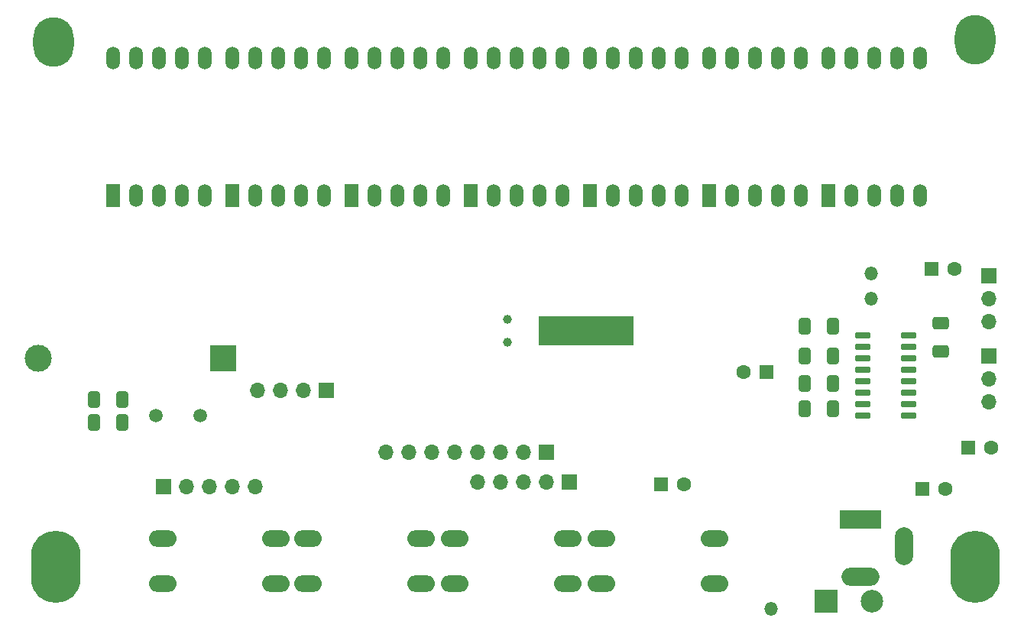
<source format=gbr>
%TF.GenerationSoftware,KiCad,Pcbnew,7.0.2*%
%TF.CreationDate,2024-03-07T11:00:20+05:30*%
%TF.ProjectId,HI-2401,48492d32-3430-4312-9e6b-696361645f70,rev?*%
%TF.SameCoordinates,Original*%
%TF.FileFunction,Soldermask,Top*%
%TF.FilePolarity,Negative*%
%FSLAX46Y46*%
G04 Gerber Fmt 4.6, Leading zero omitted, Abs format (unit mm)*
G04 Created by KiCad (PCBNEW 7.0.2) date 2024-03-07 11:00:20*
%MOMM*%
%LPD*%
G01*
G04 APERTURE LIST*
G04 Aperture macros list*
%AMRoundRect*
0 Rectangle with rounded corners*
0 $1 Rounding radius*
0 $2 $3 $4 $5 $6 $7 $8 $9 X,Y pos of 4 corners*
0 Add a 4 corners polygon primitive as box body*
4,1,4,$2,$3,$4,$5,$6,$7,$8,$9,$2,$3,0*
0 Add four circle primitives for the rounded corners*
1,1,$1+$1,$2,$3*
1,1,$1+$1,$4,$5*
1,1,$1+$1,$6,$7*
1,1,$1+$1,$8,$9*
0 Add four rect primitives between the rounded corners*
20,1,$1+$1,$2,$3,$4,$5,0*
20,1,$1+$1,$4,$5,$6,$7,0*
20,1,$1+$1,$6,$7,$8,$9,0*
20,1,$1+$1,$8,$9,$2,$3,0*%
G04 Aperture macros list end*
%ADD10RoundRect,0.250000X0.412500X0.650000X-0.412500X0.650000X-0.412500X-0.650000X0.412500X-0.650000X0*%
%ADD11R,1.600000X1.600000*%
%ADD12C,1.600000*%
%ADD13R,1.700000X1.700000*%
%ADD14O,1.700000X1.700000*%
%ADD15O,3.048000X1.850000*%
%ADD16RoundRect,0.250000X-0.412500X-0.650000X0.412500X-0.650000X0.412500X0.650000X-0.412500X0.650000X0*%
%ADD17R,1.524000X2.524000*%
%ADD18O,1.524000X2.524000*%
%ADD19C,1.000000*%
%ADD20R,10.500000X3.200000*%
%ADD21RoundRect,0.250000X0.650000X-0.412500X0.650000X0.412500X-0.650000X0.412500X-0.650000X-0.412500X0*%
%ADD22RoundRect,0.150000X-0.725000X-0.150000X0.725000X-0.150000X0.725000X0.150000X-0.725000X0.150000X0*%
%ADD23O,4.500000X5.500000*%
%ADD24O,1.500000X1.500000*%
%ADD25O,5.500000X8.000000*%
%ADD26R,2.500000X2.500000*%
%ADD27C,2.500000*%
%ADD28R,4.600000X2.000000*%
%ADD29O,4.200000X2.000000*%
%ADD30O,2.000000X4.200000*%
%ADD31C,1.500000*%
%ADD32R,3.000000X3.000000*%
%ADD33C,3.000000*%
G04 APERTURE END LIST*
D10*
%TO.C,C4*%
X32804500Y-62738000D03*
X29679500Y-62738000D03*
%TD*%
D11*
%TO.C,C15*%
X126556888Y-68072000D03*
D12*
X129056888Y-68072000D03*
%TD*%
D13*
%TO.C,J2*%
X55372000Y-61722000D03*
D14*
X52832000Y-61722000D03*
X50292000Y-61722000D03*
X47752000Y-61722000D03*
%TD*%
D15*
%TO.C,SW1*%
X49791500Y-83180000D03*
X37291500Y-83180000D03*
X49791500Y-78180000D03*
X37291500Y-78180000D03*
%TD*%
D13*
%TO.C,J4*%
X79756000Y-68580000D03*
D14*
X77216000Y-68580000D03*
X74676000Y-68580000D03*
X72136000Y-68580000D03*
X69596000Y-68580000D03*
X67056000Y-68580000D03*
X64516000Y-68580000D03*
X61976000Y-68580000D03*
%TD*%
D16*
%TO.C,C17*%
X108419500Y-54610000D03*
X111544500Y-54610000D03*
%TD*%
D17*
%TO.C,AFF1*%
X110998000Y-40132000D03*
D18*
X113538000Y-40132000D03*
X116078000Y-40132000D03*
X118618000Y-40132000D03*
X121158000Y-40132000D03*
X121158000Y-24892000D03*
X118618000Y-24892000D03*
X116078000Y-24892000D03*
X113538000Y-24892000D03*
X110998000Y-24892000D03*
%TD*%
D15*
%TO.C,SW4*%
X98415500Y-83180000D03*
X85915500Y-83180000D03*
X98415500Y-78180000D03*
X85915500Y-78180000D03*
%TD*%
D10*
%TO.C,C3*%
X32804500Y-65278000D03*
X29679500Y-65278000D03*
%TD*%
D11*
%TO.C,C9*%
X122468000Y-48260000D03*
D12*
X124968000Y-48260000D03*
%TD*%
D19*
%TO.C,Y2*%
X75438000Y-56418000D03*
X75438000Y-53878000D03*
D20*
X84188000Y-55148000D03*
%TD*%
D16*
%TO.C,C20*%
X108381000Y-63754000D03*
X111506000Y-63754000D03*
%TD*%
D17*
%TO.C,AFF6*%
X44958000Y-40132000D03*
D18*
X47498000Y-40132000D03*
X50038000Y-40132000D03*
X52578000Y-40132000D03*
X55118000Y-40132000D03*
X55118000Y-24892000D03*
X52578000Y-24892000D03*
X50038000Y-24892000D03*
X47498000Y-24892000D03*
X44958000Y-24892000D03*
%TD*%
D13*
%TO.C,J1*%
X37338000Y-72390000D03*
D14*
X39878000Y-72390000D03*
X42418000Y-72390000D03*
X44958000Y-72390000D03*
X47498000Y-72390000D03*
%TD*%
D16*
%TO.C,C13*%
X108419500Y-57912000D03*
X111544500Y-57912000D03*
%TD*%
D21*
%TO.C,C10*%
X123444000Y-57442500D03*
X123444000Y-54317500D03*
%TD*%
D11*
%TO.C,C19*%
X104140000Y-59690000D03*
D12*
X101640000Y-59690000D03*
%TD*%
D17*
%TO.C,AFF7*%
X31750000Y-40132000D03*
D18*
X34290000Y-40132000D03*
X36830000Y-40132000D03*
X39370000Y-40132000D03*
X41910000Y-40132000D03*
X41910000Y-24892000D03*
X39370000Y-24892000D03*
X36830000Y-24892000D03*
X34290000Y-24892000D03*
X31750000Y-24892000D03*
%TD*%
D17*
%TO.C,AFF3*%
X84582000Y-40132000D03*
D18*
X87122000Y-40132000D03*
X89662000Y-40132000D03*
X92202000Y-40132000D03*
X94742000Y-40132000D03*
X94742000Y-24892000D03*
X92202000Y-24892000D03*
X89662000Y-24892000D03*
X87122000Y-24892000D03*
X84582000Y-24892000D03*
%TD*%
D22*
%TO.C,U6*%
X114808000Y-55626000D03*
X114808000Y-56896000D03*
X114808000Y-58166000D03*
X114808000Y-59436000D03*
X114808000Y-60706000D03*
X114808000Y-61976000D03*
X114808000Y-63246000D03*
X114808000Y-64516000D03*
X119958000Y-64516000D03*
X119958000Y-63246000D03*
X119958000Y-61976000D03*
X119958000Y-60706000D03*
X119958000Y-59436000D03*
X119958000Y-58166000D03*
X119958000Y-56896000D03*
X119958000Y-55626000D03*
%TD*%
D11*
%TO.C,C23*%
X121452000Y-72644000D03*
D12*
X123952000Y-72644000D03*
%TD*%
D23*
%TO.C,*%
X25146000Y-23114000D03*
%TD*%
D10*
%TO.C,C14*%
X111506000Y-60960000D03*
X108381000Y-60960000D03*
%TD*%
D23*
%TO.C,*%
X127254000Y-22860000D03*
%TD*%
D24*
%TO.C,*%
X115787500Y-51562000D03*
%TD*%
%TO.C,*%
X104684500Y-86006000D03*
%TD*%
D25*
%TO.C,*%
X127254000Y-81280000D03*
%TD*%
D13*
%TO.C,J3*%
X82296000Y-71882000D03*
D14*
X79756000Y-71882000D03*
X77216000Y-71882000D03*
X74676000Y-71882000D03*
X72136000Y-71882000D03*
%TD*%
D24*
%TO.C,*%
X115787500Y-48768000D03*
%TD*%
D26*
%TO.C,J6*%
X110744000Y-85090000D03*
D27*
X115824000Y-85090000D03*
%TD*%
D13*
%TO.C,J5*%
X128778000Y-57912000D03*
D14*
X128778000Y-60452000D03*
X128778000Y-62992000D03*
%TD*%
D17*
%TO.C,AFF4*%
X71374000Y-40132000D03*
D18*
X73914000Y-40132000D03*
X76454000Y-40132000D03*
X78994000Y-40132000D03*
X81534000Y-40132000D03*
X81534000Y-24892000D03*
X78994000Y-24892000D03*
X76454000Y-24892000D03*
X73914000Y-24892000D03*
X71374000Y-24892000D03*
%TD*%
D15*
%TO.C,SW3*%
X82159500Y-83180000D03*
X69659500Y-83180000D03*
X82159500Y-78180000D03*
X69659500Y-78180000D03*
%TD*%
%TO.C,SW2*%
X65903500Y-83180000D03*
X53403500Y-83180000D03*
X65903500Y-78180000D03*
X53403500Y-78180000D03*
%TD*%
D28*
%TO.C,J8*%
X114580000Y-76094000D03*
D29*
X114580000Y-82394000D03*
D30*
X119380000Y-78994000D03*
%TD*%
D31*
%TO.C,Y1*%
X36522000Y-64516000D03*
X41402000Y-64516000D03*
%TD*%
D13*
%TO.C,J7*%
X128778000Y-49037000D03*
D14*
X128778000Y-51577000D03*
X128778000Y-54117000D03*
%TD*%
D17*
%TO.C,AFF5*%
X58166000Y-40132000D03*
D18*
X60706000Y-40132000D03*
X63246000Y-40132000D03*
X65786000Y-40132000D03*
X68326000Y-40132000D03*
X68326000Y-24892000D03*
X65786000Y-24892000D03*
X63246000Y-24892000D03*
X60706000Y-24892000D03*
X58166000Y-24892000D03*
%TD*%
D17*
%TO.C,AFF2*%
X97790000Y-40132000D03*
D18*
X100330000Y-40132000D03*
X102870000Y-40132000D03*
X105410000Y-40132000D03*
X107950000Y-40132000D03*
X107950000Y-24892000D03*
X105410000Y-24892000D03*
X102870000Y-24892000D03*
X100330000Y-24892000D03*
X97790000Y-24892000D03*
%TD*%
D11*
%TO.C,C5*%
X92496000Y-72136000D03*
D12*
X94996000Y-72136000D03*
%TD*%
D25*
%TO.C,*%
X25400000Y-81280000D03*
%TD*%
D32*
%TO.C,BT1*%
X43942000Y-58166000D03*
D33*
X23452000Y-58166000D03*
%TD*%
M02*

</source>
